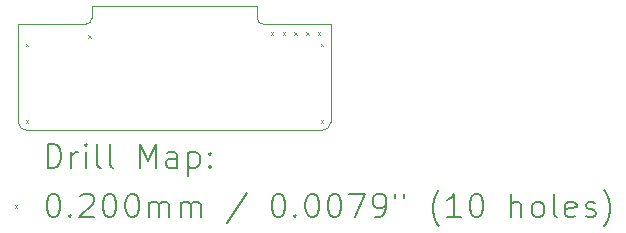
<source format=gbr>
%TF.GenerationSoftware,KiCad,Pcbnew,(6.0.7)*%
%TF.CreationDate,2022-10-27T11:41:27+02:00*%
%TF.ProjectId,FPS_AL,4650535f-414c-42e6-9b69-6361645f7063,rev?*%
%TF.SameCoordinates,Original*%
%TF.FileFunction,Drillmap*%
%TF.FilePolarity,Positive*%
%FSLAX45Y45*%
G04 Gerber Fmt 4.5, Leading zero omitted, Abs format (unit mm)*
G04 Created by KiCad (PCBNEW (6.0.7)) date 2022-10-27 11:41:27*
%MOMM*%
%LPD*%
G01*
G04 APERTURE LIST*
%ADD10C,0.100000*%
%ADD11C,0.200000*%
%ADD12C,0.020000*%
G04 APERTURE END LIST*
D10*
X9005000Y-6025000D02*
X9005000Y-6125000D01*
X8380000Y-7000000D02*
X8380000Y-6175000D01*
X10405000Y-6125000D02*
G75*
G03*
X10455000Y-6175000I50000J0D01*
G01*
X10405000Y-6125000D02*
X10405000Y-6025000D01*
X10955000Y-7075000D02*
X8455000Y-7075000D01*
X8380000Y-7000000D02*
G75*
G03*
X8455000Y-7075000I75000J0D01*
G01*
X8955000Y-6175000D02*
X8380000Y-6175000D01*
X10405000Y-6025000D02*
X9005000Y-6025000D01*
X10955000Y-7075000D02*
G75*
G03*
X11030000Y-7000000I0J75000D01*
G01*
X11030000Y-7000000D02*
X11030000Y-6175000D01*
X8955000Y-6175000D02*
G75*
G03*
X9005000Y-6125000I0J50000D01*
G01*
X10455000Y-6175000D02*
X11030000Y-6175000D01*
D11*
D12*
X8445000Y-6340000D02*
X8465000Y-6360000D01*
X8465000Y-6340000D02*
X8445000Y-6360000D01*
X8445000Y-6990000D02*
X8465000Y-7010000D01*
X8465000Y-6990000D02*
X8445000Y-7010000D01*
X8975000Y-6270000D02*
X8995000Y-6290000D01*
X8995000Y-6270000D02*
X8975000Y-6290000D01*
X10520000Y-6245000D02*
X10540000Y-6265000D01*
X10540000Y-6245000D02*
X10520000Y-6265000D01*
X10620000Y-6245000D02*
X10640000Y-6265000D01*
X10640000Y-6245000D02*
X10620000Y-6265000D01*
X10720000Y-6245000D02*
X10740000Y-6265000D01*
X10740000Y-6245000D02*
X10720000Y-6265000D01*
X10820000Y-6245000D02*
X10840000Y-6265000D01*
X10840000Y-6245000D02*
X10820000Y-6265000D01*
X10920000Y-6245000D02*
X10940000Y-6265000D01*
X10940000Y-6245000D02*
X10920000Y-6265000D01*
X10945000Y-6340000D02*
X10965000Y-6360000D01*
X10965000Y-6340000D02*
X10945000Y-6360000D01*
X10945000Y-6990000D02*
X10965000Y-7010000D01*
X10965000Y-6990000D02*
X10945000Y-7010000D01*
D11*
X8632619Y-7390476D02*
X8632619Y-7190476D01*
X8680238Y-7190476D01*
X8708810Y-7200000D01*
X8727857Y-7219048D01*
X8737381Y-7238095D01*
X8746905Y-7276190D01*
X8746905Y-7304762D01*
X8737381Y-7342857D01*
X8727857Y-7361905D01*
X8708810Y-7380952D01*
X8680238Y-7390476D01*
X8632619Y-7390476D01*
X8832619Y-7390476D02*
X8832619Y-7257143D01*
X8832619Y-7295238D02*
X8842143Y-7276190D01*
X8851667Y-7266667D01*
X8870714Y-7257143D01*
X8889762Y-7257143D01*
X8956429Y-7390476D02*
X8956429Y-7257143D01*
X8956429Y-7190476D02*
X8946905Y-7200000D01*
X8956429Y-7209524D01*
X8965952Y-7200000D01*
X8956429Y-7190476D01*
X8956429Y-7209524D01*
X9080238Y-7390476D02*
X9061190Y-7380952D01*
X9051667Y-7361905D01*
X9051667Y-7190476D01*
X9185000Y-7390476D02*
X9165952Y-7380952D01*
X9156429Y-7361905D01*
X9156429Y-7190476D01*
X9413571Y-7390476D02*
X9413571Y-7190476D01*
X9480238Y-7333333D01*
X9546905Y-7190476D01*
X9546905Y-7390476D01*
X9727857Y-7390476D02*
X9727857Y-7285714D01*
X9718333Y-7266667D01*
X9699286Y-7257143D01*
X9661190Y-7257143D01*
X9642143Y-7266667D01*
X9727857Y-7380952D02*
X9708810Y-7390476D01*
X9661190Y-7390476D01*
X9642143Y-7380952D01*
X9632619Y-7361905D01*
X9632619Y-7342857D01*
X9642143Y-7323809D01*
X9661190Y-7314286D01*
X9708810Y-7314286D01*
X9727857Y-7304762D01*
X9823095Y-7257143D02*
X9823095Y-7457143D01*
X9823095Y-7266667D02*
X9842143Y-7257143D01*
X9880238Y-7257143D01*
X9899286Y-7266667D01*
X9908810Y-7276190D01*
X9918333Y-7295238D01*
X9918333Y-7352381D01*
X9908810Y-7371428D01*
X9899286Y-7380952D01*
X9880238Y-7390476D01*
X9842143Y-7390476D01*
X9823095Y-7380952D01*
X10004048Y-7371428D02*
X10013571Y-7380952D01*
X10004048Y-7390476D01*
X9994524Y-7380952D01*
X10004048Y-7371428D01*
X10004048Y-7390476D01*
X10004048Y-7266667D02*
X10013571Y-7276190D01*
X10004048Y-7285714D01*
X9994524Y-7276190D01*
X10004048Y-7266667D01*
X10004048Y-7285714D01*
D12*
X8355000Y-7710000D02*
X8375000Y-7730000D01*
X8375000Y-7710000D02*
X8355000Y-7730000D01*
D11*
X8670714Y-7610476D02*
X8689762Y-7610476D01*
X8708810Y-7620000D01*
X8718333Y-7629524D01*
X8727857Y-7648571D01*
X8737381Y-7686667D01*
X8737381Y-7734286D01*
X8727857Y-7772381D01*
X8718333Y-7791428D01*
X8708810Y-7800952D01*
X8689762Y-7810476D01*
X8670714Y-7810476D01*
X8651667Y-7800952D01*
X8642143Y-7791428D01*
X8632619Y-7772381D01*
X8623095Y-7734286D01*
X8623095Y-7686667D01*
X8632619Y-7648571D01*
X8642143Y-7629524D01*
X8651667Y-7620000D01*
X8670714Y-7610476D01*
X8823095Y-7791428D02*
X8832619Y-7800952D01*
X8823095Y-7810476D01*
X8813571Y-7800952D01*
X8823095Y-7791428D01*
X8823095Y-7810476D01*
X8908810Y-7629524D02*
X8918333Y-7620000D01*
X8937381Y-7610476D01*
X8985000Y-7610476D01*
X9004048Y-7620000D01*
X9013571Y-7629524D01*
X9023095Y-7648571D01*
X9023095Y-7667619D01*
X9013571Y-7696190D01*
X8899286Y-7810476D01*
X9023095Y-7810476D01*
X9146905Y-7610476D02*
X9165952Y-7610476D01*
X9185000Y-7620000D01*
X9194524Y-7629524D01*
X9204048Y-7648571D01*
X9213571Y-7686667D01*
X9213571Y-7734286D01*
X9204048Y-7772381D01*
X9194524Y-7791428D01*
X9185000Y-7800952D01*
X9165952Y-7810476D01*
X9146905Y-7810476D01*
X9127857Y-7800952D01*
X9118333Y-7791428D01*
X9108810Y-7772381D01*
X9099286Y-7734286D01*
X9099286Y-7686667D01*
X9108810Y-7648571D01*
X9118333Y-7629524D01*
X9127857Y-7620000D01*
X9146905Y-7610476D01*
X9337381Y-7610476D02*
X9356429Y-7610476D01*
X9375476Y-7620000D01*
X9385000Y-7629524D01*
X9394524Y-7648571D01*
X9404048Y-7686667D01*
X9404048Y-7734286D01*
X9394524Y-7772381D01*
X9385000Y-7791428D01*
X9375476Y-7800952D01*
X9356429Y-7810476D01*
X9337381Y-7810476D01*
X9318333Y-7800952D01*
X9308810Y-7791428D01*
X9299286Y-7772381D01*
X9289762Y-7734286D01*
X9289762Y-7686667D01*
X9299286Y-7648571D01*
X9308810Y-7629524D01*
X9318333Y-7620000D01*
X9337381Y-7610476D01*
X9489762Y-7810476D02*
X9489762Y-7677143D01*
X9489762Y-7696190D02*
X9499286Y-7686667D01*
X9518333Y-7677143D01*
X9546905Y-7677143D01*
X9565952Y-7686667D01*
X9575476Y-7705714D01*
X9575476Y-7810476D01*
X9575476Y-7705714D02*
X9585000Y-7686667D01*
X9604048Y-7677143D01*
X9632619Y-7677143D01*
X9651667Y-7686667D01*
X9661190Y-7705714D01*
X9661190Y-7810476D01*
X9756429Y-7810476D02*
X9756429Y-7677143D01*
X9756429Y-7696190D02*
X9765952Y-7686667D01*
X9785000Y-7677143D01*
X9813571Y-7677143D01*
X9832619Y-7686667D01*
X9842143Y-7705714D01*
X9842143Y-7810476D01*
X9842143Y-7705714D02*
X9851667Y-7686667D01*
X9870714Y-7677143D01*
X9899286Y-7677143D01*
X9918333Y-7686667D01*
X9927857Y-7705714D01*
X9927857Y-7810476D01*
X10318333Y-7600952D02*
X10146905Y-7858095D01*
X10575476Y-7610476D02*
X10594524Y-7610476D01*
X10613571Y-7620000D01*
X10623095Y-7629524D01*
X10632619Y-7648571D01*
X10642143Y-7686667D01*
X10642143Y-7734286D01*
X10632619Y-7772381D01*
X10623095Y-7791428D01*
X10613571Y-7800952D01*
X10594524Y-7810476D01*
X10575476Y-7810476D01*
X10556429Y-7800952D01*
X10546905Y-7791428D01*
X10537381Y-7772381D01*
X10527857Y-7734286D01*
X10527857Y-7686667D01*
X10537381Y-7648571D01*
X10546905Y-7629524D01*
X10556429Y-7620000D01*
X10575476Y-7610476D01*
X10727857Y-7791428D02*
X10737381Y-7800952D01*
X10727857Y-7810476D01*
X10718333Y-7800952D01*
X10727857Y-7791428D01*
X10727857Y-7810476D01*
X10861190Y-7610476D02*
X10880238Y-7610476D01*
X10899286Y-7620000D01*
X10908810Y-7629524D01*
X10918333Y-7648571D01*
X10927857Y-7686667D01*
X10927857Y-7734286D01*
X10918333Y-7772381D01*
X10908810Y-7791428D01*
X10899286Y-7800952D01*
X10880238Y-7810476D01*
X10861190Y-7810476D01*
X10842143Y-7800952D01*
X10832619Y-7791428D01*
X10823095Y-7772381D01*
X10813571Y-7734286D01*
X10813571Y-7686667D01*
X10823095Y-7648571D01*
X10832619Y-7629524D01*
X10842143Y-7620000D01*
X10861190Y-7610476D01*
X11051667Y-7610476D02*
X11070714Y-7610476D01*
X11089762Y-7620000D01*
X11099286Y-7629524D01*
X11108810Y-7648571D01*
X11118333Y-7686667D01*
X11118333Y-7734286D01*
X11108810Y-7772381D01*
X11099286Y-7791428D01*
X11089762Y-7800952D01*
X11070714Y-7810476D01*
X11051667Y-7810476D01*
X11032619Y-7800952D01*
X11023095Y-7791428D01*
X11013571Y-7772381D01*
X11004048Y-7734286D01*
X11004048Y-7686667D01*
X11013571Y-7648571D01*
X11023095Y-7629524D01*
X11032619Y-7620000D01*
X11051667Y-7610476D01*
X11185000Y-7610476D02*
X11318333Y-7610476D01*
X11232619Y-7810476D01*
X11404048Y-7810476D02*
X11442143Y-7810476D01*
X11461190Y-7800952D01*
X11470714Y-7791428D01*
X11489762Y-7762857D01*
X11499286Y-7724762D01*
X11499286Y-7648571D01*
X11489762Y-7629524D01*
X11480238Y-7620000D01*
X11461190Y-7610476D01*
X11423095Y-7610476D01*
X11404048Y-7620000D01*
X11394524Y-7629524D01*
X11385000Y-7648571D01*
X11385000Y-7696190D01*
X11394524Y-7715238D01*
X11404048Y-7724762D01*
X11423095Y-7734286D01*
X11461190Y-7734286D01*
X11480238Y-7724762D01*
X11489762Y-7715238D01*
X11499286Y-7696190D01*
X11575476Y-7610476D02*
X11575476Y-7648571D01*
X11651667Y-7610476D02*
X11651667Y-7648571D01*
X11946905Y-7886667D02*
X11937381Y-7877143D01*
X11918333Y-7848571D01*
X11908809Y-7829524D01*
X11899286Y-7800952D01*
X11889762Y-7753333D01*
X11889762Y-7715238D01*
X11899286Y-7667619D01*
X11908809Y-7639048D01*
X11918333Y-7620000D01*
X11937381Y-7591428D01*
X11946905Y-7581905D01*
X12127857Y-7810476D02*
X12013571Y-7810476D01*
X12070714Y-7810476D02*
X12070714Y-7610476D01*
X12051667Y-7639048D01*
X12032619Y-7658095D01*
X12013571Y-7667619D01*
X12251667Y-7610476D02*
X12270714Y-7610476D01*
X12289762Y-7620000D01*
X12299286Y-7629524D01*
X12308809Y-7648571D01*
X12318333Y-7686667D01*
X12318333Y-7734286D01*
X12308809Y-7772381D01*
X12299286Y-7791428D01*
X12289762Y-7800952D01*
X12270714Y-7810476D01*
X12251667Y-7810476D01*
X12232619Y-7800952D01*
X12223095Y-7791428D01*
X12213571Y-7772381D01*
X12204048Y-7734286D01*
X12204048Y-7686667D01*
X12213571Y-7648571D01*
X12223095Y-7629524D01*
X12232619Y-7620000D01*
X12251667Y-7610476D01*
X12556428Y-7810476D02*
X12556428Y-7610476D01*
X12642143Y-7810476D02*
X12642143Y-7705714D01*
X12632619Y-7686667D01*
X12613571Y-7677143D01*
X12585000Y-7677143D01*
X12565952Y-7686667D01*
X12556428Y-7696190D01*
X12765952Y-7810476D02*
X12746905Y-7800952D01*
X12737381Y-7791428D01*
X12727857Y-7772381D01*
X12727857Y-7715238D01*
X12737381Y-7696190D01*
X12746905Y-7686667D01*
X12765952Y-7677143D01*
X12794524Y-7677143D01*
X12813571Y-7686667D01*
X12823095Y-7696190D01*
X12832619Y-7715238D01*
X12832619Y-7772381D01*
X12823095Y-7791428D01*
X12813571Y-7800952D01*
X12794524Y-7810476D01*
X12765952Y-7810476D01*
X12946905Y-7810476D02*
X12927857Y-7800952D01*
X12918333Y-7781905D01*
X12918333Y-7610476D01*
X13099286Y-7800952D02*
X13080238Y-7810476D01*
X13042143Y-7810476D01*
X13023095Y-7800952D01*
X13013571Y-7781905D01*
X13013571Y-7705714D01*
X13023095Y-7686667D01*
X13042143Y-7677143D01*
X13080238Y-7677143D01*
X13099286Y-7686667D01*
X13108809Y-7705714D01*
X13108809Y-7724762D01*
X13013571Y-7743809D01*
X13185000Y-7800952D02*
X13204048Y-7810476D01*
X13242143Y-7810476D01*
X13261190Y-7800952D01*
X13270714Y-7781905D01*
X13270714Y-7772381D01*
X13261190Y-7753333D01*
X13242143Y-7743809D01*
X13213571Y-7743809D01*
X13194524Y-7734286D01*
X13185000Y-7715238D01*
X13185000Y-7705714D01*
X13194524Y-7686667D01*
X13213571Y-7677143D01*
X13242143Y-7677143D01*
X13261190Y-7686667D01*
X13337381Y-7886667D02*
X13346905Y-7877143D01*
X13365952Y-7848571D01*
X13375476Y-7829524D01*
X13385000Y-7800952D01*
X13394524Y-7753333D01*
X13394524Y-7715238D01*
X13385000Y-7667619D01*
X13375476Y-7639048D01*
X13365952Y-7620000D01*
X13346905Y-7591428D01*
X13337381Y-7581905D01*
M02*

</source>
